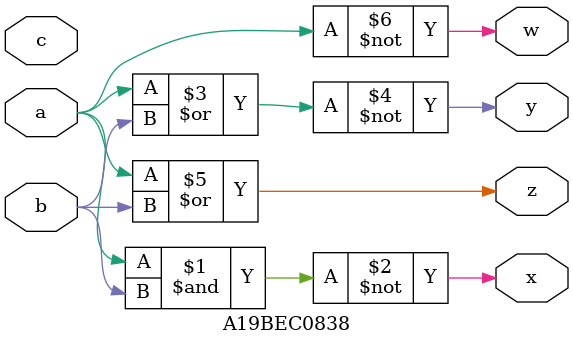
<source format=v>
module A19BEC0838(a,b,c,w,x,y,z);
  input a,b,c;
  output w,x,y,z;
  
  not gate1(w,a);
  nand gate2(x,a,b);
  nor gate3(y,a,b); 
  or gate4(z,a,b);

endmodule  
  

</source>
